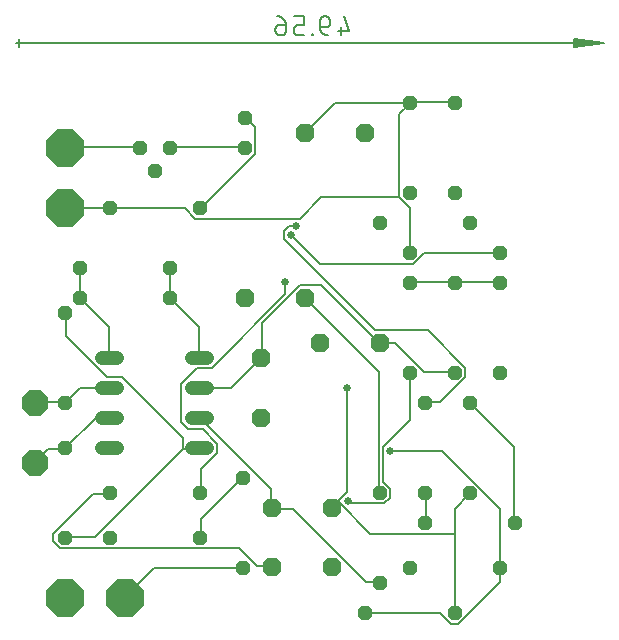
<source format=gbr>
G04 EAGLE Gerber RS-274X export*
G75*
%MOMM*%
%FSLAX34Y34*%
%LPD*%
%INBottom Copper*%
%IPPOS*%
%AMOC8*
5,1,8,0,0,1.08239X$1,22.5*%
G01*
%ADD10C,0.130000*%
%ADD11C,0.152400*%
%ADD12P,1.732040X8X202.500000*%
%ADD13P,1.732040X8X292.500000*%
%ADD14P,1.732040X8X22.500000*%
%ADD15P,3.409096X8X292.500000*%
%ADD16P,3.409096X8X202.500000*%
%ADD17P,1.319650X8X292.500000*%
%ADD18P,2.336880X8X22.500000*%
%ADD19P,1.319650X8X202.500000*%
%ADD20P,1.319650X8X112.500000*%
%ADD21P,1.319650X8X22.500000*%
%ADD22C,1.219200*%
%ADD23C,0.660400*%


D10*
X13040Y520700D02*
X507350Y520700D01*
X482000Y523892D01*
X482000Y517508D01*
X507350Y520700D01*
X482000Y522000D01*
X482000Y519400D02*
X507350Y520700D01*
X482000Y523300D01*
X482000Y518100D02*
X507350Y520700D01*
X12390Y517508D02*
X12390Y523892D01*
X9198Y520700D02*
X15583Y520700D01*
D11*
X287731Y543463D02*
X291343Y530819D01*
X282312Y530819D01*
X285021Y534432D02*
X285021Y527207D01*
X272099Y534432D02*
X266681Y534432D01*
X272099Y534432D02*
X272217Y534434D01*
X272335Y534440D01*
X272453Y534449D01*
X272570Y534463D01*
X272687Y534480D01*
X272804Y534501D01*
X272919Y534526D01*
X273034Y534555D01*
X273148Y534588D01*
X273260Y534624D01*
X273371Y534664D01*
X273481Y534707D01*
X273590Y534754D01*
X273697Y534804D01*
X273802Y534859D01*
X273905Y534916D01*
X274006Y534977D01*
X274106Y535041D01*
X274203Y535108D01*
X274298Y535178D01*
X274390Y535252D01*
X274481Y535328D01*
X274568Y535408D01*
X274653Y535490D01*
X274735Y535575D01*
X274815Y535662D01*
X274891Y535753D01*
X274965Y535845D01*
X275035Y535940D01*
X275102Y536037D01*
X275166Y536137D01*
X275227Y536238D01*
X275284Y536341D01*
X275339Y536446D01*
X275389Y536553D01*
X275436Y536662D01*
X275479Y536772D01*
X275519Y536883D01*
X275555Y536995D01*
X275588Y537109D01*
X275617Y537224D01*
X275642Y537339D01*
X275663Y537456D01*
X275680Y537573D01*
X275694Y537690D01*
X275703Y537808D01*
X275709Y537926D01*
X275711Y538044D01*
X275712Y538044D02*
X275712Y538947D01*
X275710Y539080D01*
X275704Y539212D01*
X275694Y539344D01*
X275681Y539476D01*
X275663Y539608D01*
X275642Y539738D01*
X275617Y539869D01*
X275588Y539998D01*
X275555Y540126D01*
X275519Y540254D01*
X275479Y540380D01*
X275435Y540505D01*
X275387Y540629D01*
X275336Y540751D01*
X275281Y540872D01*
X275223Y540991D01*
X275161Y541109D01*
X275096Y541224D01*
X275027Y541338D01*
X274956Y541449D01*
X274880Y541558D01*
X274802Y541665D01*
X274721Y541770D01*
X274636Y541872D01*
X274549Y541972D01*
X274459Y542069D01*
X274366Y542164D01*
X274270Y542255D01*
X274172Y542344D01*
X274071Y542430D01*
X273967Y542513D01*
X273861Y542593D01*
X273753Y542669D01*
X273643Y542743D01*
X273530Y542813D01*
X273416Y542880D01*
X273299Y542943D01*
X273181Y543003D01*
X273061Y543060D01*
X272939Y543113D01*
X272816Y543162D01*
X272692Y543208D01*
X272566Y543250D01*
X272439Y543288D01*
X272311Y543323D01*
X272182Y543354D01*
X272053Y543381D01*
X271922Y543404D01*
X271791Y543424D01*
X271659Y543439D01*
X271527Y543451D01*
X271395Y543459D01*
X271262Y543463D01*
X271130Y543463D01*
X270997Y543459D01*
X270865Y543451D01*
X270733Y543439D01*
X270601Y543424D01*
X270470Y543404D01*
X270339Y543381D01*
X270210Y543354D01*
X270081Y543323D01*
X269953Y543288D01*
X269826Y543250D01*
X269700Y543208D01*
X269576Y543162D01*
X269453Y543113D01*
X269331Y543060D01*
X269211Y543003D01*
X269093Y542943D01*
X268976Y542880D01*
X268862Y542813D01*
X268749Y542743D01*
X268639Y542669D01*
X268531Y542593D01*
X268425Y542513D01*
X268321Y542430D01*
X268220Y542344D01*
X268122Y542255D01*
X268026Y542164D01*
X267933Y542069D01*
X267843Y541972D01*
X267756Y541872D01*
X267671Y541770D01*
X267590Y541665D01*
X267512Y541558D01*
X267436Y541449D01*
X267365Y541338D01*
X267296Y541224D01*
X267231Y541109D01*
X267169Y540991D01*
X267111Y540872D01*
X267056Y540751D01*
X267005Y540629D01*
X266957Y540505D01*
X266913Y540380D01*
X266873Y540254D01*
X266837Y540126D01*
X266804Y539998D01*
X266775Y539869D01*
X266750Y539738D01*
X266729Y539608D01*
X266711Y539476D01*
X266698Y539344D01*
X266688Y539212D01*
X266682Y539080D01*
X266680Y538947D01*
X266681Y538947D02*
X266681Y534432D01*
X266683Y534257D01*
X266689Y534083D01*
X266700Y533909D01*
X266715Y533735D01*
X266734Y533561D01*
X266757Y533388D01*
X266784Y533216D01*
X266816Y533044D01*
X266851Y532873D01*
X266891Y532703D01*
X266935Y532534D01*
X266983Y532366D01*
X267035Y532199D01*
X267091Y532034D01*
X267151Y531870D01*
X267214Y531707D01*
X267282Y531547D01*
X267354Y531387D01*
X267429Y531230D01*
X267509Y531074D01*
X267592Y530921D01*
X267678Y530769D01*
X267769Y530620D01*
X267863Y530473D01*
X267960Y530328D01*
X268061Y530185D01*
X268165Y530045D01*
X268273Y529908D01*
X268384Y529773D01*
X268498Y529641D01*
X268615Y529512D01*
X268736Y529385D01*
X268859Y529262D01*
X268986Y529141D01*
X269115Y529024D01*
X269247Y528910D01*
X269382Y528799D01*
X269519Y528691D01*
X269659Y528587D01*
X269802Y528486D01*
X269947Y528389D01*
X270094Y528295D01*
X270243Y528204D01*
X270395Y528118D01*
X270548Y528035D01*
X270704Y527955D01*
X270861Y527880D01*
X271021Y527808D01*
X271181Y527740D01*
X271344Y527677D01*
X271508Y527617D01*
X271673Y527561D01*
X271840Y527509D01*
X272008Y527461D01*
X272177Y527417D01*
X272347Y527377D01*
X272518Y527342D01*
X272690Y527310D01*
X272862Y527283D01*
X273035Y527260D01*
X273209Y527241D01*
X273383Y527226D01*
X273557Y527215D01*
X273731Y527209D01*
X273906Y527207D01*
X260706Y527207D02*
X260706Y528110D01*
X259803Y528110D01*
X259803Y527207D01*
X260706Y527207D01*
X253828Y527207D02*
X248410Y527207D01*
X248292Y527209D01*
X248174Y527215D01*
X248056Y527224D01*
X247939Y527238D01*
X247822Y527255D01*
X247705Y527276D01*
X247590Y527301D01*
X247475Y527330D01*
X247361Y527363D01*
X247249Y527399D01*
X247138Y527439D01*
X247028Y527482D01*
X246919Y527529D01*
X246812Y527579D01*
X246707Y527634D01*
X246604Y527691D01*
X246503Y527752D01*
X246403Y527816D01*
X246306Y527883D01*
X246211Y527953D01*
X246119Y528027D01*
X246028Y528103D01*
X245941Y528183D01*
X245856Y528265D01*
X245774Y528350D01*
X245694Y528437D01*
X245618Y528528D01*
X245544Y528620D01*
X245474Y528715D01*
X245407Y528812D01*
X245343Y528912D01*
X245282Y529013D01*
X245225Y529116D01*
X245170Y529221D01*
X245120Y529328D01*
X245073Y529437D01*
X245030Y529547D01*
X244990Y529658D01*
X244954Y529770D01*
X244921Y529884D01*
X244892Y529999D01*
X244867Y530114D01*
X244846Y530231D01*
X244829Y530348D01*
X244815Y530465D01*
X244806Y530583D01*
X244800Y530701D01*
X244798Y530819D01*
X244797Y530819D02*
X244797Y532626D01*
X244798Y532626D02*
X244800Y532744D01*
X244806Y532862D01*
X244815Y532980D01*
X244829Y533097D01*
X244846Y533214D01*
X244867Y533331D01*
X244892Y533446D01*
X244921Y533561D01*
X244954Y533675D01*
X244990Y533787D01*
X245030Y533898D01*
X245073Y534008D01*
X245120Y534117D01*
X245170Y534224D01*
X245225Y534329D01*
X245282Y534432D01*
X245343Y534533D01*
X245407Y534633D01*
X245474Y534730D01*
X245544Y534825D01*
X245618Y534917D01*
X245694Y535008D01*
X245774Y535095D01*
X245856Y535180D01*
X245941Y535262D01*
X246028Y535342D01*
X246119Y535418D01*
X246211Y535492D01*
X246306Y535562D01*
X246403Y535629D01*
X246503Y535693D01*
X246604Y535754D01*
X246707Y535811D01*
X246812Y535866D01*
X246919Y535916D01*
X247028Y535963D01*
X247138Y536006D01*
X247249Y536046D01*
X247361Y536082D01*
X247475Y536115D01*
X247590Y536144D01*
X247705Y536169D01*
X247822Y536190D01*
X247939Y536207D01*
X248056Y536221D01*
X248174Y536230D01*
X248292Y536236D01*
X248410Y536238D01*
X253828Y536238D01*
X253828Y543463D01*
X244797Y543463D01*
X238197Y536238D02*
X232778Y536238D01*
X232660Y536236D01*
X232542Y536230D01*
X232424Y536221D01*
X232307Y536207D01*
X232190Y536190D01*
X232073Y536169D01*
X231958Y536144D01*
X231843Y536115D01*
X231729Y536082D01*
X231617Y536046D01*
X231506Y536006D01*
X231396Y535963D01*
X231287Y535916D01*
X231180Y535866D01*
X231075Y535811D01*
X230972Y535754D01*
X230871Y535693D01*
X230771Y535629D01*
X230674Y535562D01*
X230579Y535492D01*
X230487Y535418D01*
X230396Y535342D01*
X230309Y535262D01*
X230224Y535180D01*
X230142Y535095D01*
X230062Y535008D01*
X229986Y534917D01*
X229912Y534825D01*
X229842Y534730D01*
X229775Y534633D01*
X229711Y534533D01*
X229650Y534432D01*
X229593Y534329D01*
X229538Y534224D01*
X229488Y534117D01*
X229441Y534008D01*
X229398Y533898D01*
X229358Y533787D01*
X229322Y533675D01*
X229289Y533561D01*
X229260Y533446D01*
X229235Y533331D01*
X229214Y533214D01*
X229197Y533097D01*
X229183Y532980D01*
X229174Y532862D01*
X229168Y532744D01*
X229166Y532626D01*
X229166Y531723D01*
X229165Y531723D02*
X229167Y531590D01*
X229173Y531458D01*
X229183Y531326D01*
X229196Y531194D01*
X229214Y531062D01*
X229235Y530932D01*
X229260Y530801D01*
X229289Y530672D01*
X229322Y530544D01*
X229358Y530416D01*
X229398Y530290D01*
X229442Y530165D01*
X229490Y530041D01*
X229541Y529919D01*
X229596Y529798D01*
X229654Y529679D01*
X229716Y529561D01*
X229781Y529446D01*
X229850Y529332D01*
X229921Y529221D01*
X229997Y529112D01*
X230075Y529005D01*
X230156Y528900D01*
X230241Y528798D01*
X230328Y528698D01*
X230418Y528601D01*
X230511Y528506D01*
X230607Y528415D01*
X230705Y528326D01*
X230806Y528240D01*
X230910Y528157D01*
X231016Y528077D01*
X231124Y528001D01*
X231234Y527927D01*
X231347Y527857D01*
X231461Y527790D01*
X231578Y527727D01*
X231696Y527667D01*
X231816Y527610D01*
X231938Y527557D01*
X232061Y527508D01*
X232185Y527462D01*
X232311Y527420D01*
X232438Y527382D01*
X232566Y527347D01*
X232695Y527316D01*
X232824Y527289D01*
X232955Y527266D01*
X233086Y527246D01*
X233218Y527231D01*
X233350Y527219D01*
X233482Y527211D01*
X233615Y527207D01*
X233747Y527207D01*
X233880Y527211D01*
X234012Y527219D01*
X234144Y527231D01*
X234276Y527246D01*
X234407Y527266D01*
X234538Y527289D01*
X234667Y527316D01*
X234796Y527347D01*
X234924Y527382D01*
X235051Y527420D01*
X235177Y527462D01*
X235301Y527508D01*
X235424Y527557D01*
X235546Y527610D01*
X235666Y527667D01*
X235784Y527727D01*
X235901Y527790D01*
X236015Y527857D01*
X236128Y527927D01*
X236238Y528001D01*
X236346Y528077D01*
X236452Y528157D01*
X236556Y528240D01*
X236657Y528326D01*
X236755Y528415D01*
X236851Y528506D01*
X236944Y528601D01*
X237034Y528698D01*
X237121Y528798D01*
X237206Y528900D01*
X237287Y529005D01*
X237365Y529112D01*
X237441Y529221D01*
X237512Y529332D01*
X237581Y529446D01*
X237646Y529561D01*
X237708Y529679D01*
X237766Y529798D01*
X237821Y529919D01*
X237872Y530041D01*
X237920Y530165D01*
X237964Y530290D01*
X238004Y530416D01*
X238040Y530544D01*
X238073Y530672D01*
X238102Y530801D01*
X238127Y530932D01*
X238148Y531062D01*
X238166Y531194D01*
X238179Y531326D01*
X238189Y531458D01*
X238195Y531590D01*
X238197Y531723D01*
X238197Y536238D01*
X238195Y536413D01*
X238189Y536587D01*
X238178Y536761D01*
X238163Y536935D01*
X238144Y537109D01*
X238121Y537282D01*
X238094Y537454D01*
X238062Y537626D01*
X238027Y537797D01*
X237987Y537967D01*
X237943Y538136D01*
X237895Y538304D01*
X237843Y538471D01*
X237787Y538636D01*
X237727Y538800D01*
X237664Y538963D01*
X237596Y539123D01*
X237524Y539283D01*
X237449Y539440D01*
X237369Y539596D01*
X237286Y539749D01*
X237200Y539901D01*
X237109Y540050D01*
X237015Y540197D01*
X236918Y540342D01*
X236817Y540485D01*
X236713Y540625D01*
X236605Y540762D01*
X236494Y540897D01*
X236380Y541029D01*
X236263Y541158D01*
X236142Y541285D01*
X236019Y541408D01*
X235892Y541529D01*
X235763Y541646D01*
X235631Y541760D01*
X235496Y541871D01*
X235359Y541979D01*
X235219Y542083D01*
X235076Y542184D01*
X234931Y542281D01*
X234784Y542375D01*
X234635Y542466D01*
X234483Y542552D01*
X234330Y542635D01*
X234174Y542715D01*
X234017Y542790D01*
X233857Y542862D01*
X233697Y542930D01*
X233534Y542993D01*
X233370Y543053D01*
X233205Y543109D01*
X233038Y543161D01*
X232870Y543209D01*
X232701Y543253D01*
X232531Y543293D01*
X232360Y543328D01*
X232188Y543360D01*
X232016Y543387D01*
X231843Y543410D01*
X231669Y543429D01*
X231495Y543444D01*
X231321Y543455D01*
X231147Y543461D01*
X230972Y543463D01*
D12*
X317500Y266700D03*
X266700Y266700D03*
D13*
X217170Y254000D03*
X217170Y203200D03*
D14*
X226060Y127000D03*
X276860Y127000D03*
D12*
X254000Y304800D03*
X203200Y304800D03*
D14*
X226060Y77470D03*
X276860Y77470D03*
X254000Y444500D03*
X304800Y444500D03*
D15*
X50800Y50800D03*
X101600Y50800D03*
D16*
X50800Y431800D03*
X50800Y381000D03*
D17*
X203200Y457200D03*
X203200Y431800D03*
D18*
X25400Y165100D03*
X25400Y215900D03*
D19*
X114300Y431800D03*
X127000Y412750D03*
X139700Y431800D03*
D20*
X201930Y76200D03*
X201930Y152400D03*
D19*
X381000Y38100D03*
X304800Y38100D03*
X419100Y76200D03*
X342900Y76200D03*
D20*
X419100Y241300D03*
X419100Y317500D03*
X381000Y241300D03*
X381000Y317500D03*
D17*
X342900Y317500D03*
X342900Y241300D03*
D19*
X165100Y139700D03*
X88900Y139700D03*
D21*
X88900Y381000D03*
X165100Y381000D03*
D19*
X165100Y101600D03*
X88900Y101600D03*
D17*
X50800Y177800D03*
X50800Y101600D03*
D20*
X50800Y215900D03*
X50800Y292100D03*
D21*
X63500Y304800D03*
X139700Y304800D03*
D20*
X393700Y139700D03*
X393700Y215900D03*
D19*
X431800Y114300D03*
X355600Y114300D03*
D20*
X355600Y139700D03*
X355600Y215900D03*
X317500Y63500D03*
X317500Y139700D03*
D22*
X94996Y254000D02*
X82804Y254000D01*
X82804Y228600D02*
X94996Y228600D01*
X159004Y228600D02*
X171196Y228600D01*
X171196Y254000D02*
X159004Y254000D01*
X94996Y203200D02*
X82804Y203200D01*
X82804Y177800D02*
X94996Y177800D01*
X159004Y203200D02*
X171196Y203200D01*
X171196Y177800D02*
X159004Y177800D01*
D21*
X63500Y330200D03*
X139700Y330200D03*
X317500Y368300D03*
X393700Y368300D03*
X342900Y342900D03*
X419100Y342900D03*
D17*
X342900Y469900D03*
X342900Y393700D03*
X381000Y469900D03*
X381000Y393700D03*
D11*
X431292Y178308D02*
X431292Y114300D01*
X431292Y178308D02*
X393700Y215900D01*
X431292Y114300D02*
X431800Y114300D01*
X356616Y114300D02*
X356616Y138684D01*
X356616Y114300D02*
X355600Y114300D01*
X356616Y138684D02*
X355600Y139700D01*
X50292Y176784D02*
X36576Y176784D01*
X25908Y166116D01*
X50292Y176784D02*
X50800Y177800D01*
X25908Y166116D02*
X25400Y165100D01*
X76200Y202692D02*
X88392Y202692D01*
X76200Y202692D02*
X51816Y178308D01*
X88392Y202692D02*
X88900Y203200D01*
X51816Y178308D02*
X50800Y177800D01*
X166116Y117348D02*
X166116Y102108D01*
X166116Y117348D02*
X201168Y152400D01*
X166116Y102108D02*
X165100Y101600D01*
X201168Y152400D02*
X201930Y152400D01*
X201930Y76200D02*
X126492Y76200D01*
X102108Y51816D01*
X101600Y50800D01*
X165100Y228600D02*
X192024Y228600D01*
X216408Y252984D01*
X217170Y254000D01*
X355092Y242316D02*
X381000Y242316D01*
X355092Y242316D02*
X330708Y266700D01*
X317500Y266700D01*
X381000Y242316D02*
X381000Y241300D01*
X217932Y254508D02*
X217932Y283464D01*
X249936Y315468D01*
X268224Y315468D01*
X316992Y266700D01*
X217932Y254508D02*
X217170Y254000D01*
X316992Y266700D02*
X317500Y266700D01*
X225552Y143256D02*
X166116Y202692D01*
X225552Y143256D02*
X225552Y128016D01*
X166116Y202692D02*
X165100Y203200D01*
X225552Y128016D02*
X226060Y127000D01*
X306324Y64008D02*
X316992Y64008D01*
X306324Y64008D02*
X243840Y126492D01*
X227076Y126492D01*
X316992Y64008D02*
X317500Y63500D01*
X227076Y126492D02*
X226060Y127000D01*
X316992Y140208D02*
X316992Y242316D01*
X254508Y304800D01*
X316992Y140208D02*
X317500Y139700D01*
X254508Y304800D02*
X254000Y304800D01*
X64008Y304800D02*
X64008Y329184D01*
X63500Y330200D01*
X88392Y280416D02*
X88392Y254508D01*
X88392Y280416D02*
X64008Y304800D01*
X88392Y254508D02*
X88900Y254000D01*
X64008Y304800D02*
X63500Y304800D01*
X140208Y304800D02*
X140208Y329184D01*
X139700Y330200D01*
X164592Y280416D02*
X164592Y254508D01*
X164592Y280416D02*
X140208Y304800D01*
X164592Y254508D02*
X165100Y254000D01*
X140208Y304800D02*
X139700Y304800D01*
X326136Y175260D02*
X370332Y175260D01*
X419100Y126492D01*
X419100Y76200D01*
X368808Y38100D02*
X304800Y38100D01*
X368808Y38100D02*
X377952Y28956D01*
X384048Y28956D01*
X419100Y64008D01*
X419100Y76200D01*
D23*
X326136Y175260D03*
D11*
X166116Y160020D02*
X166116Y140208D01*
X166116Y160020D02*
X179832Y173736D01*
X179832Y181356D01*
X167640Y193548D01*
X155448Y193548D01*
X149352Y199644D01*
X149352Y231648D01*
X163068Y245364D01*
X175260Y245364D01*
X237744Y307848D01*
X237744Y318516D01*
X166116Y140208D02*
X165100Y139700D01*
D23*
X237744Y318516D03*
D11*
X342900Y318516D02*
X381000Y318516D01*
X342900Y318516D02*
X342900Y317500D01*
X381000Y318516D02*
X419100Y318516D01*
X419100Y317500D01*
X381000Y317500D02*
X381000Y318516D01*
X342900Y241300D02*
X342900Y201168D01*
X320040Y178308D01*
X320040Y149352D01*
X326136Y143256D01*
X326136Y135636D01*
X321564Y131064D01*
X292608Y131064D01*
X291084Y132588D01*
D23*
X291084Y132588D03*
D11*
X225552Y77724D02*
X213360Y77724D01*
X198120Y92964D01*
X47244Y92964D01*
X41148Y99060D01*
X41148Y105156D01*
X74676Y138684D01*
X88392Y138684D01*
X225552Y77724D02*
X226060Y77470D01*
X88900Y139700D02*
X88392Y138684D01*
X140208Y432816D02*
X202692Y432816D01*
X140208Y432816D02*
X139700Y431800D01*
X202692Y432816D02*
X203200Y431800D01*
X211836Y426720D02*
X166116Y381000D01*
X211836Y426720D02*
X211836Y449580D01*
X204216Y457200D01*
X166116Y381000D02*
X165100Y381000D01*
X203200Y457200D02*
X204216Y457200D01*
X50292Y216408D02*
X25908Y216408D01*
X50292Y216408D02*
X50800Y215900D01*
X25908Y216408D02*
X25400Y215900D01*
X64008Y228600D02*
X88900Y228600D01*
X64008Y228600D02*
X51816Y216408D01*
X50800Y215900D01*
X51816Y102108D02*
X76200Y102108D01*
X150876Y176784D01*
X164592Y176784D01*
X51816Y102108D02*
X50800Y101600D01*
X164592Y176784D02*
X165100Y177800D01*
X51816Y272796D02*
X51816Y291084D01*
X51816Y272796D02*
X86868Y237744D01*
X99060Y237744D01*
X150876Y185928D01*
X150876Y176784D01*
X51816Y291084D02*
X50800Y292100D01*
X355092Y342900D02*
X419100Y342900D01*
X355092Y342900D02*
X345948Y333756D01*
X266700Y333756D01*
X242316Y358140D01*
D23*
X242316Y358140D03*
D11*
X114300Y432816D02*
X51816Y432816D01*
X114300Y432816D02*
X114300Y431800D01*
X51816Y432816D02*
X50800Y431800D01*
X381000Y126492D02*
X381000Y105156D01*
X381000Y38100D01*
X381000Y126492D02*
X393192Y138684D01*
X393700Y139700D01*
X289560Y140208D02*
X289560Y228600D01*
X281940Y132588D02*
X277368Y128016D01*
X281940Y132588D02*
X289560Y140208D01*
X277368Y128016D02*
X276860Y127000D01*
X309372Y105156D02*
X381000Y105156D01*
X309372Y105156D02*
X281940Y132588D01*
X276860Y127000D01*
D23*
X289560Y228600D03*
D11*
X246888Y365760D02*
X240792Y365760D01*
X236220Y361188D01*
X236220Y355092D01*
X313944Y277368D01*
X358140Y277368D01*
X390144Y245364D01*
X390144Y237744D01*
X368808Y216408D01*
X356616Y216408D01*
X355600Y215900D01*
D23*
X246888Y365760D03*
D11*
X88900Y381000D02*
X50800Y381000D01*
X342900Y381000D02*
X342900Y342900D01*
X342900Y381000D02*
X333756Y390144D01*
X333756Y460248D01*
X342900Y469392D01*
X342900Y469900D01*
X342900Y470916D02*
X381000Y470916D01*
X381000Y469900D01*
X342900Y469900D02*
X342900Y470916D01*
X152400Y381000D02*
X88900Y381000D01*
X152400Y381000D02*
X161544Y371856D01*
X249936Y371856D01*
X268224Y390144D01*
X333756Y390144D01*
X254000Y444500D02*
X279400Y469900D01*
X342900Y469900D01*
M02*

</source>
